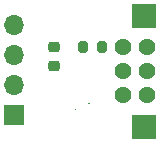
<source format=gbr>
%TF.GenerationSoftware,KiCad,Pcbnew,7.0.9*%
%TF.CreationDate,2024-01-16T18:08:56-05:00*%
%TF.ProjectId,FilpperZero_Gameboy_Link_V2,46696c70-7065-4725-9a65-726f5f47616d,1.2*%
%TF.SameCoordinates,Original*%
%TF.FileFunction,Soldermask,Top*%
%TF.FilePolarity,Negative*%
%FSLAX46Y46*%
G04 Gerber Fmt 4.6, Leading zero omitted, Abs format (unit mm)*
G04 Created by KiCad (PCBNEW 7.0.9) date 2024-01-16 18:08:56*
%MOMM*%
%LPD*%
G01*
G04 APERTURE LIST*
G04 Aperture macros list*
%AMRoundRect*
0 Rectangle with rounded corners*
0 $1 Rounding radius*
0 $2 $3 $4 $5 $6 $7 $8 $9 X,Y pos of 4 corners*
0 Add a 4 corners polygon primitive as box body*
4,1,4,$2,$3,$4,$5,$6,$7,$8,$9,$2,$3,0*
0 Add four circle primitives for the rounded corners*
1,1,$1+$1,$2,$3*
1,1,$1+$1,$4,$5*
1,1,$1+$1,$6,$7*
1,1,$1+$1,$8,$9*
0 Add four rect primitives between the rounded corners*
20,1,$1+$1,$2,$3,$4,$5,0*
20,1,$1+$1,$4,$5,$6,$7,0*
20,1,$1+$1,$6,$7,$8,$9,0*
20,1,$1+$1,$8,$9,$2,$3,0*%
G04 Aperture macros list end*
%ADD10C,0.111760*%
%ADD11C,0.167640*%
%ADD12RoundRect,0.218750X0.256250X-0.218750X0.256250X0.218750X-0.256250X0.218750X-0.256250X-0.218750X0*%
%ADD13C,1.435000*%
%ADD14RoundRect,0.063500X0.952500X0.952500X-0.952500X0.952500X-0.952500X-0.952500X0.952500X-0.952500X0*%
%ADD15RoundRect,0.200000X0.200000X0.275000X-0.200000X0.275000X-0.200000X-0.275000X0.200000X-0.275000X0*%
%ADD16R,1.700000X1.700000*%
%ADD17O,1.700000X1.700000*%
G04 APERTURE END LIST*
D10*
X140342786Y-60493249D02*
G75*
G03*
X140342786Y-60493249I-1J0D01*
G01*
D11*
X141481069Y-60013249D02*
G75*
G03*
X141481069Y-60013249I-28284J0D01*
G01*
D12*
%TO.C,D1*%
X138557000Y-56820000D03*
X138557000Y-55245000D03*
%TD*%
D13*
%TO.C,P1*%
X144399000Y-55243000D03*
X144399000Y-59311000D03*
X146431000Y-59311000D03*
X144399000Y-57277000D03*
D14*
X146177000Y-61974000D03*
X146177000Y-52580000D03*
D13*
X146431000Y-55243000D03*
X146431000Y-57277000D03*
%TD*%
D15*
%TO.C,R2*%
X142621000Y-55245000D03*
X140971000Y-55245000D03*
%TD*%
D16*
%TO.C,J1*%
X135128000Y-60960000D03*
D17*
X135128000Y-58420000D03*
X135128000Y-55880000D03*
X135128000Y-53340000D03*
%TD*%
M02*

</source>
